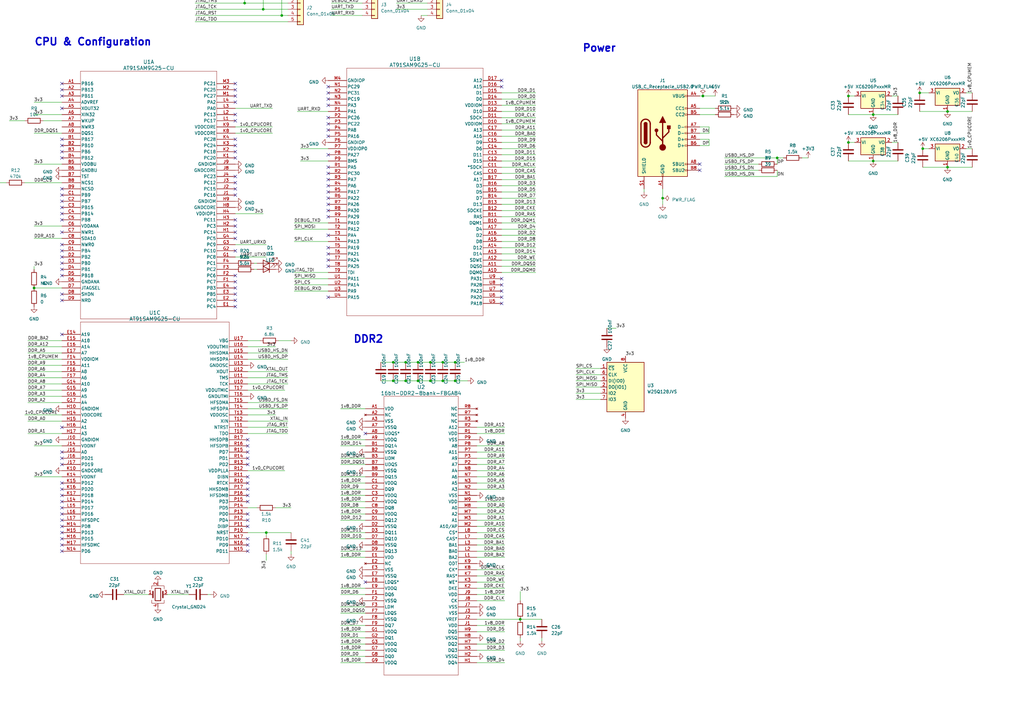
<source format=kicad_sch>
(kicad_sch (version 20230121) (generator eeschema)
  (paper "A3")
  (junction (at 176.53 148.59))
  (junction (at -45.72 113.03))
  (junction (at 288.29 39.37))
  (junction (at -40.64 113.03))
  (junction (at 107.95 -11.43))
  (junction (at -30.48 120.65))
  (junction (at -35.56 154.94))
  (junction (at -40.64 154.94))
  (junction (at 115.57 6.35))
  (junction (at -60.96 120.65))
  (junction (at 100.33 -11.43))
  (junction (at -55.88 113.03))
  (junction (at -50.8 162.56))
  (junction (at 388.62 45.72))
  (junction (at 107.95 3.81))
  (junction (at -55.88 154.94))
  (junction (at -60.96 135.89))
  (junction (at 318.77 64.77))
  (junction (at 171.45 148.59))
  (junction (at -50.8 120.65))
  (junction (at 271.78 81.28))
  (junction (at -35.56 120.65))
  (junction (at -35.56 113.03))
  (junction (at -30.48 113.03))
  (junction (at -45.72 154.94))
  (junction (at -60.96 143.51))
  (junction (at 92.71 -1.27))
  (junction (at -60.96 113.03))
  (junction (at 347.98 39.37))
  (junction (at -60.96 162.56))
  (junction (at 166.37 148.59))
  (junction (at 388.62 68.58))
  (junction (at 171.45 156.21))
  (junction (at 176.53 156.21))
  (junction (at -40.64 162.56))
  (junction (at -35.56 162.56))
  (junction (at -45.72 120.65))
  (junction (at 161.29 148.59))
  (junction (at -50.8 113.03))
  (junction (at 186.69 148.59))
  (junction (at 100.33 1.27))
  (junction (at 181.61 156.21))
  (junction (at 13.97 118.11))
  (junction (at -60.96 154.94))
  (junction (at -55.88 120.65))
  (junction (at 109.22 218.44))
  (junction (at 378.46 60.96))
  (junction (at -55.88 143.51))
  (junction (at 213.36 254))
  (junction (at -55.88 162.56))
  (junction (at 115.57 -11.43))
  (junction (at 377.19 38.1))
  (junction (at -40.64 120.65))
  (junction (at -50.8 154.94))
  (junction (at 358.14 66.04))
  (junction (at -55.88 135.89))
  (junction (at 358.14 46.99))
  (junction (at 181.61 148.59))
  (junction (at 161.29 156.21))
  (junction (at 347.98 58.42))
  (junction (at 166.37 156.21))
  (junction (at -45.72 162.56))
  (junction (at 186.69 156.21))
  (no_connect (at 134.62 86.36))
  (no_connect (at 134.62 71.12))
  (no_connect (at 287.02 69.85))
  (no_connect (at 25.4 36.83))
  (no_connect (at 101.6 200.66))
  (no_connect (at 25.4 105.41))
  (no_connect (at 96.52 118.11))
  (no_connect (at 134.62 121.92))
  (no_connect (at 134.62 55.88))
  (no_connect (at 101.6 182.88))
  (no_connect (at 96.52 64.77))
  (no_connect (at 25.4 34.29))
  (no_connect (at 96.52 36.83))
  (no_connect (at 134.62 63.5))
  (no_connect (at 101.6 195.58))
  (no_connect (at 134.62 50.8))
  (no_connect (at 96.52 115.57))
  (no_connect (at 25.4 226.06))
  (no_connect (at 205.74 35.56))
  (no_connect (at 25.4 120.65))
  (no_connect (at 25.4 208.28))
  (no_connect (at 25.4 59.69))
  (no_connect (at 25.4 110.49))
  (no_connect (at 101.6 215.9))
  (no_connect (at 101.6 205.74))
  (no_connect (at 101.6 223.52))
  (no_connect (at 134.62 109.22))
  (no_connect (at 205.74 119.38))
  (no_connect (at 101.6 198.12))
  (no_connect (at 101.6 180.34))
  (no_connect (at 96.52 113.03))
  (no_connect (at 205.74 121.92))
  (no_connect (at 134.62 81.28))
  (no_connect (at 134.62 73.66))
  (no_connect (at 25.4 100.33))
  (no_connect (at 25.4 187.96))
  (no_connect (at 25.4 213.36))
  (no_connect (at 25.4 77.47))
  (no_connect (at 25.4 205.74))
  (no_connect (at 96.52 74.93))
  (no_connect (at 96.52 46.99))
  (no_connect (at 25.4 123.19))
  (no_connect (at 96.52 102.87))
  (no_connect (at 101.6 226.06))
  (no_connect (at 205.74 114.3))
  (no_connect (at 149.86 238.76))
  (no_connect (at 25.4 113.03))
  (no_connect (at 134.62 88.9))
  (no_connect (at 101.6 190.5))
  (no_connect (at 96.52 72.39))
  (no_connect (at 25.4 107.95))
  (no_connect (at 101.6 187.96))
  (no_connect (at 134.62 35.56))
  (no_connect (at 205.74 33.02))
  (no_connect (at 96.52 90.17))
  (no_connect (at 25.4 90.17))
  (no_connect (at 96.52 80.01))
  (no_connect (at 205.74 124.46))
  (no_connect (at 101.6 185.42))
  (no_connect (at 25.4 80.01))
  (no_connect (at 134.62 76.2))
  (no_connect (at 96.52 34.29))
  (no_connect (at 25.4 190.5))
  (no_connect (at 96.52 77.47))
  (no_connect (at 96.52 97.79))
  (no_connect (at 25.4 87.63))
  (no_connect (at 101.6 213.36))
  (no_connect (at 134.62 83.82))
  (no_connect (at 96.52 120.65))
  (no_connect (at 25.4 185.42))
  (no_connect (at 287.02 67.31))
  (no_connect (at 101.6 220.98))
  (no_connect (at 149.86 177.8))
  (no_connect (at 96.52 125.73))
  (no_connect (at 205.74 116.84))
  (no_connect (at 25.4 95.25))
  (no_connect (at 101.6 203.2))
  (no_connect (at 96.52 95.25))
  (no_connect (at 25.4 220.98))
  (no_connect (at 96.52 123.19))
  (no_connect (at 25.4 39.37))
  (no_connect (at 134.62 106.68))
  (no_connect (at 25.4 200.66))
  (no_connect (at 96.52 62.23))
  (no_connect (at 25.4 175.26))
  (no_connect (at 134.62 104.14))
  (no_connect (at 134.62 43.18))
  (no_connect (at 25.4 210.82))
  (no_connect (at 96.52 59.69))
  (no_connect (at 134.62 101.6))
  (no_connect (at 25.4 203.2))
  (no_connect (at 25.4 64.77))
  (no_connect (at 96.52 92.71))
  (no_connect (at 96.52 49.53))
  (no_connect (at 96.52 41.91))
  (no_connect (at 25.4 102.87))
  (no_connect (at 25.4 62.23))
  (no_connect (at 134.62 53.34))
  (no_connect (at 134.62 40.64))
  (no_connect (at 25.4 85.09))
  (no_connect (at 96.52 39.37))
  (no_connect (at 25.4 223.52))
  (no_connect (at 134.62 48.26))
  (no_connect (at 134.62 38.1))
  (no_connect (at 25.4 198.12))
  (no_connect (at 25.4 137.16))
  (no_connect (at 25.4 44.45))
  (no_connect (at 134.62 96.52))
  (no_connect (at 25.4 82.55))
  (no_connect (at 96.52 57.15))
  (no_connect (at 134.62 68.58))
  (no_connect (at 25.4 218.44))
  (no_connect (at 25.4 57.15))
  (no_connect (at 134.62 78.74))
  (no_connect (at 25.4 215.9))
  (no_connect (at 101.6 210.82))
  (wire (pts (xy 106.68 139.7) (xy 101.6 139.7)))
  (wire (pts (xy 264.16 78.74) (xy 264.16 77.47)))
  (wire (pts (xy 195.58 264.16) (xy 207.01 264.16)))
  (wire (pts (xy -30.48 113.03) (xy -22.86 113.03)))
  (wire (pts (xy 11.43 149.86) (xy 25.4 149.86)))
  (wire (pts (xy -50.8 120.65) (xy -45.72 120.65)))
  (wire (pts (xy 101.6 208.28) (xy 105.41 208.28)))
  (wire (pts (xy 347.98 39.37) (xy 350.52 39.37)))
  (wire (pts (xy -50.8 113.03) (xy -45.72 113.03)))
  (wire (pts (xy 236.22 156.21) (xy 246.38 156.21)))
  (wire (pts (xy 120.65 99.06) (xy 134.62 99.06)))
  (wire (pts (xy 11.43 144.78) (xy 25.4 144.78)))
  (wire (pts (xy 80.01 8.89) (xy 118.11 8.89)))
  (wire (pts (xy 195.58 200.66) (xy 207.01 200.66)))
  (wire (pts (xy -30.48 120.65) (xy -22.86 120.65)))
  (wire (pts (xy 195.58 259.08) (xy 207.01 259.08)))
  (wire (pts (xy 13.97 118.11) (xy 25.4 118.11)))
  (wire (pts (xy 195.58 185.42) (xy 207.01 185.42)))
  (wire (pts (xy 11.43 152.4) (xy 25.4 152.4)))
  (wire (pts (xy 195.58 213.36) (xy 207.01 213.36)))
  (wire (pts (xy 195.58 243.84) (xy 207.01 243.84)))
  (wire (pts (xy 92.71 -3.81) (xy 92.71 -1.27)))
  (wire (pts (xy 378.46 60.96) (xy 381 60.96)))
  (wire (pts (xy 318.77 72.39) (xy 318.77 69.85)))
  (wire (pts (xy 139.7 220.98) (xy 149.86 220.98)))
  (wire (pts (xy -45.72 154.94) (xy -40.64 154.94)))
  (wire (pts (xy 236.22 161.29) (xy 246.38 161.29)))
  (wire (pts (xy 195.58 220.98) (xy 207.01 220.98)))
  (wire (pts (xy 139.7 167.64) (xy 149.86 167.64)))
  (wire (pts (xy 139.7 228.6) (xy 149.86 228.6)))
  (wire (pts (xy 205.74 81.28) (xy 219.71 81.28)))
  (wire (pts (xy 205.74 63.5) (xy 219.71 63.5)))
  (wire (pts (xy 139.7 261.62) (xy 149.86 261.62)))
  (wire (pts (xy 11.43 157.48) (xy 25.4 157.48)))
  (wire (pts (xy -66.04 154.94) (xy -60.96 154.94)))
  (wire (pts (xy 118.11 147.32) (xy 101.6 147.32)))
  (wire (pts (xy 10.16 170.18) (xy 25.4 170.18)))
  (wire (pts (xy -55.88 143.51) (xy -45.72 143.51)))
  (wire (pts (xy 116.84 160.02) (xy 101.6 160.02)))
  (wire (pts (xy 205.74 76.2) (xy 219.71 76.2)))
  (wire (pts (xy -40.64 120.65) (xy -35.56 120.65)))
  (wire (pts (xy 171.45 148.59) (xy 176.53 148.59)))
  (wire (pts (xy 139.7 266.7) (xy 149.86 266.7)))
  (wire (pts (xy 252.73 134.62) (xy 248.92 134.62)))
  (wire (pts (xy 347.98 66.04) (xy 358.14 66.04)))
  (wire (pts (xy -66.04 162.56) (xy -60.96 162.56)))
  (wire (pts (xy 205.74 99.06) (xy 219.71 99.06)))
  (wire (pts (xy 205.74 71.12) (xy 219.71 71.12)))
  (wire (pts (xy 139.7 205.74) (xy 149.86 205.74)))
  (wire (pts (xy 11.43 154.94) (xy 25.4 154.94)))
  (wire (pts (xy 104.14 110.49) (xy 105.41 110.49)))
  (wire (pts (xy 115.57 -3.81) (xy 115.57 6.35)))
  (wire (pts (xy 377.19 45.72) (xy 388.62 45.72)))
  (wire (pts (xy 13.97 41.91) (xy 25.4 41.91)))
  (wire (pts (xy 195.58 195.58) (xy 207.01 195.58)))
  (wire (pts (xy -45.72 120.65) (xy -40.64 120.65)))
  (wire (pts (xy 195.58 256.54) (xy 207.01 256.54)))
  (wire (pts (xy 162.56 3.81) (xy 175.26 3.81)))
  (wire (pts (xy -60.96 154.94) (xy -55.88 154.94)))
  (wire (pts (xy 118.11 144.78) (xy 101.6 144.78)))
  (wire (pts (xy 80.01 3.81) (xy 107.95 3.81)))
  (wire (pts (xy 195.58 241.3) (xy 207.01 241.3)))
  (wire (pts (xy 120.65 119.38) (xy 134.62 119.38)))
  (wire (pts (xy 111.76 54.61) (xy 96.52 54.61)))
  (wire (pts (xy 347.98 58.42) (xy 350.52 58.42)))
  (wire (pts (xy 195.58 190.5) (xy 207.01 190.5)))
  (wire (pts (xy 161.29 156.21) (xy 166.37 156.21)))
  (wire (pts (xy 120.65 111.76) (xy 134.62 111.76)))
  (wire (pts (xy 176.53 156.21) (xy 181.61 156.21)))
  (wire (pts (xy 11.43 172.72) (xy 25.4 172.72)))
  (wire (pts (xy -50.8 154.94) (xy -45.72 154.94)))
  (wire (pts (xy 219.71 40.64) (xy 205.74 40.64)))
  (wire (pts (xy 388.62 68.58) (xy 398.78 68.58)))
  (wire (pts (xy 139.7 241.3) (xy 149.86 241.3)))
  (wire (pts (xy 205.74 91.44) (xy 219.71 91.44)))
  (wire (pts (xy 287.02 54.61) (xy 290.83 54.61)))
  (wire (pts (xy 396.24 38.1) (xy 398.78 38.1)))
  (wire (pts (xy 13.97 97.79) (xy 25.4 97.79)))
  (wire (pts (xy 205.74 48.26) (xy 219.71 48.26)))
  (wire (pts (xy 86.36 243.84) (xy 85.09 243.84)))
  (wire (pts (xy 139.7 269.24) (xy 149.86 269.24)))
  (wire (pts (xy 118.11 165.1) (xy 101.6 165.1)))
  (wire (pts (xy 77.47 243.84) (xy 68.58 243.84)))
  (wire (pts (xy 118.11 172.72) (xy 101.6 172.72)))
  (wire (pts (xy 290.83 59.69) (xy 290.83 57.15)))
  (wire (pts (xy 10.16 74.93) (xy 25.4 74.93)))
  (wire (pts (xy 297.18 69.85) (xy 311.15 69.85)))
  (wire (pts (xy 195.58 193.04) (xy 207.01 193.04)))
  (wire (pts (xy 205.74 78.74) (xy 219.71 78.74)))
  (wire (pts (xy -45.72 113.03) (xy -40.64 113.03)))
  (wire (pts (xy 139.7 248.92) (xy 149.86 248.92)))
  (wire (pts (xy 13.97 182.88) (xy 25.4 182.88)))
  (wire (pts (xy 181.61 148.59) (xy 186.69 148.59)))
  (wire (pts (xy 205.74 50.8) (xy 219.71 50.8)))
  (wire (pts (xy 139.7 251.46) (xy 149.86 251.46)))
  (wire (pts (xy 195.58 226.06) (xy 207.01 226.06)))
  (wire (pts (xy 293.37 39.37) (xy 288.29 39.37)))
  (wire (pts (xy -55.88 162.56) (xy -50.8 162.56)))
  (wire (pts (xy 195.58 182.88) (xy 207.01 182.88)))
  (wire (pts (xy 318.77 64.77) (xy 318.77 67.31)))
  (wire (pts (xy 113.03 208.28) (xy 119.38 208.28)))
  (wire (pts (xy 195.58 175.26) (xy 207.01 175.26)))
  (wire (pts (xy 13.97 54.61) (xy 25.4 54.61)))
  (wire (pts (xy -35.56 154.94) (xy -27.94 154.94)))
  (wire (pts (xy 166.37 156.21) (xy 171.45 156.21)))
  (wire (pts (xy 195.58 228.6) (xy 207.01 228.6)))
  (wire (pts (xy 120.65 116.84) (xy 134.62 116.84)))
  (wire (pts (xy 195.58 238.76) (xy 207.01 238.76)))
  (wire (pts (xy -35.56 162.56) (xy -27.94 162.56)))
  (wire (pts (xy 13.97 92.71) (xy 25.4 92.71)))
  (wire (pts (xy 205.74 109.22) (xy 219.71 109.22)))
  (wire (pts (xy 135.89 1.27) (xy 148.59 1.27)))
  (wire (pts (xy 119.38 227.33) (xy 119.38 226.06)))
  (wire (pts (xy 195.58 210.82) (xy 207.01 210.82)))
  (wire (pts (xy 96.52 105.41) (xy 109.22 105.41)))
  (wire (pts (xy 80.01 1.27) (xy 100.33 1.27)))
  (wire (pts (xy 195.58 233.68) (xy 207.01 233.68)))
  (wire (pts (xy 297.18 72.39) (xy 318.77 72.39)))
  (wire (pts (xy 111.76 52.07) (xy 96.52 52.07)))
  (wire (pts (xy 205.74 43.18) (xy 219.71 43.18)))
  (wire (pts (xy 205.74 83.82) (xy 219.71 83.82)))
  (wire (pts (xy 107.95 -3.81) (xy 107.95 3.81)))
  (wire (pts (xy 293.37 46.99) (xy 287.02 46.99)))
  (wire (pts (xy 135.89 6.35) (xy 148.59 6.35)))
  (wire (pts (xy 139.7 190.5) (xy 149.86 190.5)))
  (wire (pts (xy 11.43 142.24) (xy 25.4 142.24)))
  (wire (pts (xy 92.71 -1.27) (xy 118.11 -1.27)))
  (wire (pts (xy 139.7 226.06) (xy 149.86 226.06)))
  (wire (pts (xy -55.88 135.89) (xy -45.72 135.89)))
  (wire (pts (xy 171.45 156.21) (xy 176.53 156.21)))
  (wire (pts (xy 195.58 236.22) (xy 207.01 236.22)))
  (wire (pts (xy 119.38 139.7) (xy 114.3 139.7)))
  (wire (pts (xy 120.65 93.98) (xy 134.62 93.98)))
  (wire (pts (xy 222.25 262.89) (xy 222.25 261.62)))
  (wire (pts (xy 213.36 254) (xy 222.25 254)))
  (wire (pts (xy 195.58 271.78) (xy 207.01 271.78)))
  (wire (pts (xy 118.11 167.64) (xy 101.6 167.64)))
  (wire (pts (xy 297.18 67.31) (xy 311.15 67.31)))
  (wire (pts (xy -3.81 74.93) (xy 2.54 74.93)))
  (wire (pts (xy 205.74 60.96) (xy 219.71 60.96)))
  (wire (pts (xy 139.7 198.12) (xy 149.86 198.12)))
  (wire (pts (xy -60.96 162.56) (xy -55.88 162.56)))
  (wire (pts (xy -50.8 162.56) (xy -45.72 162.56)))
  (wire (pts (xy 118.11 152.4) (xy 101.6 152.4)))
  (wire (pts (xy 13.97 46.99) (xy 25.4 46.99)))
  (wire (pts (xy 139.7 259.08) (xy 149.86 259.08)))
  (wire (pts (xy -55.88 120.65) (xy -50.8 120.65)))
  (wire (pts (xy -60.96 120.65) (xy -55.88 120.65)))
  (wire (pts (xy 388.62 45.72) (xy 398.78 45.72)))
  (wire (pts (xy 11.43 162.56) (xy 25.4 162.56)))
  (wire (pts (xy 205.74 73.66) (xy 219.71 73.66)))
  (wire (pts (xy -60.96 113.03) (xy -55.88 113.03)))
  (wire (pts (xy 139.7 243.84) (xy 149.86 243.84)))
  (wire (pts (xy -45.72 162.56) (xy -40.64 162.56)))
  (wire (pts (xy 11.43 160.02) (xy 25.4 160.02)))
  (wire (pts (xy 13.97 67.31) (xy 25.4 67.31)))
  (wire (pts (xy 365.76 39.37) (xy 368.3 39.37)))
  (wire (pts (xy 288.29 39.37) (xy 287.02 39.37)))
  (wire (pts (xy 321.31 64.77) (xy 318.77 64.77)))
  (wire (pts (xy 186.69 156.21) (xy 191.77 156.21)))
  (wire (pts (xy 100.33 -11.43) (xy 107.95 -11.43)))
  (wire (pts (xy 236.22 153.67) (xy 246.38 153.67)))
  (wire (pts (xy 205.74 106.68) (xy 219.71 106.68)))
  (wire (pts (xy 205.74 68.58) (xy 219.71 68.58)))
  (wire (pts (xy 378.46 68.58) (xy 388.62 68.58)))
  (wire (pts (xy 109.22 218.44) (xy 119.38 218.44)))
  (wire (pts (xy 25.4 147.32) (xy 11.43 147.32)))
  (wire (pts (xy 101.6 177.8) (xy 118.11 177.8)))
  (wire (pts (xy 139.7 200.66) (xy 149.86 200.66)))
  (wire (pts (xy 139.7 210.82) (xy 149.86 210.82)))
  (wire (pts (xy 236.22 158.75) (xy 246.38 158.75)))
  (wire (pts (xy 195.58 177.8) (xy 207.01 177.8)))
  (wire (pts (xy 271.78 81.28) (xy 271.78 77.47)))
  (wire (pts (xy 50.8 243.84) (xy 60.96 243.84)))
  (wire (pts (xy 120.65 114.3) (xy 134.62 114.3)))
  (wire (pts (xy 139.7 271.78) (xy 149.86 271.78)))
  (wire (pts (xy 139.7 203.2) (xy 149.86 203.2)))
  (wire (pts (xy 236.22 151.13) (xy 246.38 151.13)))
  (wire (pts (xy 195.58 187.96) (xy 207.01 187.96)))
  (wire (pts (xy 13.97 109.22) (xy 13.97 110.49)))
  (wire (pts (xy 109.22 227.33) (xy 109.22 229.87)))
  (wire (pts (xy 104.14 107.95) (xy 105.41 107.95)))
  (wire (pts (xy 3.81 49.53) (xy 10.16 49.53)))
  (wire (pts (xy 161.29 148.59) (xy 166.37 148.59)))
  (wire (pts (xy 205.74 58.42) (xy 219.71 58.42)))
  (wire (pts (xy 195.58 254) (xy 213.36 254)))
  (wire (pts (xy 162.56 1.27) (xy 175.26 1.27)))
  (wire (pts (xy 205.74 88.9) (xy 219.71 88.9)))
  (wire (pts (xy 365.76 58.42) (xy 368.3 58.42)))
  (wire (pts (xy 107.95 87.63) (xy 96.52 87.63)))
  (wire (pts (xy 80.01 6.35) (xy 115.57 6.35)))
  (wire (pts (xy 205.74 96.52) (xy 219.71 96.52)))
  (wire (pts (xy 11.43 139.7) (xy 25.4 139.7)))
  (wire (pts (xy 135.89 -1.27) (xy 148.59 -1.27)))
  (wire (pts (xy 121.92 45.72) (xy 134.62 45.72)))
  (wire (pts (xy 205.74 45.72) (xy 219.71 45.72)))
  (wire (pts (xy 139.7 256.54) (xy 149.86 256.54)))
  (wire (pts (xy 162.56 -1.27) (xy 175.26 -1.27)))
  (wire (pts (xy 11.43 177.8) (xy 25.4 177.8)))
  (wire (pts (xy 139.7 187.96) (xy 149.86 187.96)))
  (wire (pts (xy 156.21 148.59) (xy 161.29 148.59)))
  (wire (pts (xy 100.33 -3.81) (xy 100.33 1.27)))
  (wire (pts (xy 195.58 266.7) (xy 207.01 266.7)))
  (wire (pts (xy 358.14 46.99) (xy 368.3 46.99)))
  (wire (pts (xy 347.98 46.99) (xy 358.14 46.99)))
  (wire (pts (xy 290.83 57.15) (xy 287.02 57.15)))
  (wire (pts (xy -35.56 120.65) (xy -30.48 120.65)))
  (wire (pts (xy -40.64 162.56) (xy -35.56 162.56)))
  (wire (pts (xy 236.22 163.83) (xy 246.38 163.83)))
  (wire (pts (xy 176.53 148.59) (xy 181.61 148.59)))
  (wire (pts (xy 205.74 55.88) (xy 219.71 55.88)))
  (wire (pts (xy 118.11 157.48) (xy 101.6 157.48)))
  (wire (pts (xy 205.74 53.34) (xy 219.71 53.34)))
  (wire (pts (xy 195.58 218.44) (xy 207.01 218.44)))
  (wire (pts (xy 195.58 198.12) (xy 207.01 198.12)))
  (wire (pts (xy 139.7 180.34) (xy 149.86 180.34)))
  (wire (pts (xy -66.04 113.03) (xy -60.96 113.03)))
  (wire (pts (xy 186.69 148.59) (xy 190.5 148.59)))
  (wire (pts (xy 139.7 208.28) (xy 149.86 208.28)))
  (wire (pts (xy 139.7 195.58) (xy 149.86 195.58)))
  (wire (pts (xy 139.7 218.44) (xy 149.86 218.44)))
  (wire (pts (xy -40.64 154.94) (xy -35.56 154.94)))
  (wire (pts (xy 195.58 208.28) (xy 207.01 208.28)))
  (wire (pts (xy 290.83 52.07) (xy 290.83 54.61)))
  (wire (pts (xy -35.56 113.03) (xy -30.48 113.03)))
  (wire (pts (xy 135.89 3.81) (xy 148.59 3.81)))
  (wire (pts (xy 377.19 38.1) (xy 381 38.1)))
  (wire (pts (xy 271.78 83.82) (xy 271.78 81.28)))
  (wire (pts (xy 166.37 148.59) (xy 171.45 148.59)))
  (wire (pts (xy 205.74 66.04) (xy 219.71 66.04)))
  (wire (pts (xy 120.65 91.44) (xy 134.62 91.44)))
  (wire (pts (xy 297.18 64.77) (xy 318.77 64.77)))
  (wire (pts (xy 100.33 1.27) (xy 118.11 1.27)))
  (wire (pts (xy 156.21 156.21) (xy 161.29 156.21)))
  (wire (pts (xy 11.43 165.1) (xy 25.4 165.1)))
  (wire (pts (xy 123.19 60.96) (xy 134.62 60.96)))
  (wire (pts (xy -60.96 135.89) (xy -55.88 135.89)))
  (wire (pts (xy 195.58 223.52) (xy 207.01 223.52)))
  (wire (pts (xy -55.88 154.94) (xy -50.8 154.94)))
  (wire (pts (xy 96.52 44.45) (xy 111.76 44.45)))
  (wire (pts (xy 213.36 242.57) (xy 213.36 246.38)))
  (wire (pts (xy 17.78 49.53) (xy 25.4 49.53)))
  (wire (pts (xy 195.58 205.74) (xy 207.01 205.74)))
  (wire (pts (xy 293.37 44.45) (xy 287.02 44.45)))
  (wire (pts (xy 115.57 -11.43) (xy 121.92 -11.43)))
  (wire (pts (xy 205.74 86.36) (xy 219.71 86.36)))
  (wire (pts (xy 205.74 101.6) (xy 219.71 101.6)))
  (wire (pts (xy 80.01 -1.27) (xy 92.71 -1.27)))
  (wire (pts (xy 113.03 142.24) (xy 101.6 142.24)))
  (wire (pts (xy 181.61 156.21) (xy 186.69 156.21)))
  (wire (pts (xy 205.74 93.98) (xy 219.71 93.98)))
  (wire (pts (xy -66.04 120.65) (xy -60.96 120.65)))
  (wire (pts (xy 107.95 3.81) (xy 118.11 3.81)))
  (wire (pts (xy 101.6 175.26) (xy 118.11 175.26)))
  (wire (pts (xy 205.74 38.1) (xy 219.71 38.1)))
  (wire (pts (xy 116.84 193.04) (xy 101.6 193.04)))
  (wire (pts (xy -66.04 143.51) (xy -60.96 143.51)))
  (wire (pts (xy 331.47 64.77) (xy 328.93 64.77)))
  (wire (pts (xy 396.24 60.96) (xy 398.78 60.96)))
  (wire (pts (xy 139.7 213.36) (xy 149.86 213.36)))
  (wire (pts (xy 115.57 6.35) (xy 118.11 6.35)))
  (wire (pts (xy 109.22 219.71) (xy 109.22 218.44)))
  (wire (pts (xy 205.74 104.14) (xy 219.71 104.14)))
  (wire (pts (xy -40.64 113.03) (xy -35.56 113.03)))
  (wire (pts (xy -66.04 135.89) (xy -60.96 135.89)))
  (wire (pts (xy 92.71 -11.43) (xy 100.33 -11.43)))
  (wire (pts (xy 358.14 66.04) (xy 368.3 66.04)))
  (wire (pts (xy 139.7 182.88) (xy 149.86 182.88)))
  (wire (pts (xy 287.02 52.07) (xy 290.83 52.07)))
  (wire (pts (xy 107.95 -11.43) (xy 115.57 -11.43)))
  (wire (pts (xy -55.88 113.03) (xy -50.8 113.03)))
  (wire (pts (xy 205.74 111.76) (xy 219.71 111.76)))
  (wire (pts (xy 287.02 59.69) (xy 290.83 59.69)))
  (wire (pts (xy 195.58 246.38) (xy 207.01 246.38)))
  (wire (pts (xy 118.11 154.94) (xy 101.6 154.94)))
  (wire (pts (xy 113.03 170.18) (xy 101.6 170.18)))
  (wire (pts (xy 13.97 195.58) (xy 25.4 195.58)))
  (wire (pts (xy 172.72 6.35) (xy 175.26 6.35)))
  (wire (pts (xy 101.6 218.44) (xy 109.22 218.44)))
  (wire (pts (xy -60.96 143.51) (xy -55.88 143.51)))
  (wire (pts (xy 139.7 264.16) (xy 149.86 264.16)))
  (wire (pts (xy 96.52 100.33) (xy 109.22 100.33)))
  (wire (pts (xy 123.19 66.04) (xy 134.62 66.04)))
  (wire (pts (xy 195.58 215.9) (xy 207.01 215.9)))
  (wire (pts (xy 213.36 261.62) (xy 213.36 262.89)))
  (text "CPU & Configuration\n" (at 13.97 19.05 0) (effects (font (size 3 3) (thickness 0.6) bold) (justify left bottom)))
  (text "Power" (at 238.76 21.59 0) (effects (font (size 3 3) (thickness 0.6) bold) (justify left bottom)))
  (text "DDR2" (at 144.78 140.97 0) (effects (font (size 3 3) (thickness 0.6) bold) (justify left bottom)))
  (label "DDR_A5" (at 207.01 198.12 180))
  (label "DDR_D1" (at 139.7 261.62 0))
  (label "DDR_A5" (at 11.43 144.78 0))
  (label "1v8_DDR" (at 207.01 205.74 180))
  (label "DDR_RAS" (at 207.01 236.22 180))
  (label "DDR_D7" (at 139.7 256.54 0))
  (label "3v3" (at 256.54 146.05 0))
  (label "DEBUG_RXD" (at 135.89 1.27 0))
  (label "DDR_A3" (at 11.43 162.56 0))
  (label "3v3" (at 236.22 161.29 0))
  (label "DDR_A11" (at 207.01 185.42 180))
  (label "UART_TXD" (at 135.89 3.81 0))
  (label "DDR_D8" (at 219.71 99.06 180))
  (label "JTAG_TDI" (at 120.65 111.76 0))
  (label "UART_URXD" (at 162.56 1.27 0))
  (label "DDR_D11" (at 219.71 63.5 180))
  (label "SPI_CS" (at 236.22 151.13 0))
  (label "DDR_D14" (at 219.71 104.14 180))
  (label "UART_RXD" (at 121.92 45.72 0))
  (label "1v0_CPUCORE" (at 111.76 52.07 180))
  (label "JTAG_TMS" (at 118.11 154.94 180))
  (label "DDR_CKE" (at 207.01 241.3 180))
  (label "1v8_CPUMEM" (at 11.43 147.32 0))
  (label "DDR_CLK" (at 207.01 246.38 180))
  (label "UART_TXD" (at 111.76 44.45 180))
  (label "JTAG_RST" (at 118.11 175.26 180))
  (label "DDR_NCLK" (at 219.71 68.58 180))
  (label "DDR_D5" (at 219.71 78.74 180))
  (label "3v3" (at 368.3 39.37 90))
  (label "DDR_A1" (at 11.43 177.8 0))
  (label "1v0_CPUCORE" (at 111.76 54.61 180))
  (label "SPI_CLK" (at 236.22 153.67 0))
  (label "1v8_DDR" (at 368.3 58.42 90))
  (label "JTAG_TCK" (at 118.11 157.48 180))
  (label "3v3" (at 121.92 -11.43 0))
  (label "1v0_CPUCORE" (at 116.84 193.04 180))
  (label "1v8_DDR" (at 139.7 167.64 0))
  (label "DDR_CAS" (at 219.71 71.12 180))
  (label "USBD_HS_DN" (at 118.11 144.78 180))
  (label "USBD_FS_DP" (at 118.11 167.64 180))
  (label "UART_UTXD" (at 109.22 105.41 180))
  (label "SPI_MISO" (at 236.22 158.75 0))
  (label "3v3" (at 162.56 3.81 0))
  (label "1v8_DDR" (at 139.7 205.74 0))
  (label "DDR_D4" (at 219.71 93.98 180))
  (label "DDR_BA0" (at 207.01 226.06 180))
  (label "1v8_CPUMEM" (at 219.71 43.18 180))
  (label "SPI_MISO" (at 120.65 114.3 0))
  (label "1v8_DDR" (at 139.7 198.12 0))
  (label "DDR_D6" (at 219.71 60.96 180))
  (label "DDR_WE" (at 207.01 238.76 180))
  (label "1v8_DDR" (at 139.7 180.34 0))
  (label "DDR_DQM0" (at 219.71 111.76 180))
  (label "SPI_MOSI" (at 236.22 156.21 0))
  (label "1v8_DDR" (at 207.01 243.84 180))
  (label "1v8_DDR" (at 139.7 271.78 0))
  (label "DDR_D3" (at 219.71 76.2 180))
  (label "1v8_DDR" (at 139.7 228.6 0))
  (label "1v0_CPUCORE" (at -27.94 154.94 0))
  (label "DDR_A11" (at 219.71 53.34 180))
  (label "3v3" (at 13.97 46.99 0))
  (label "DEBUG_TXD" (at 135.89 -1.27 0))
  (label "DDR_NCLK" (at 207.01 233.68 180))
  (label "3v3" (at 213.36 242.57 0))
  (label "1v0_CPUCORE" (at 116.84 160.02 180))
  (label "DDR_BA0" (at 219.71 55.88 180))
  (label "DDR_DQS1" (at 139.7 190.5 0))
  (label "USBD_FS_DP" (at 297.18 67.31 0))
  (label "DDR_CAS" (at 207.01 220.98 180))
  (label "DDR_A3" (at 207.01 200.66 180))
  (label "3v3" (at 13.97 41.91 0))
  (label "3v3" (at 123.19 60.96 0))
  (label "DP" (at 290.83 59.69 180))
  (label "DDR_D5" (at 207.01 259.08 180))
  (label "SPI_CLK" (at 120.65 99.06 0))
  (label "DDR_DQS0" (at 139.7 251.46 0))
  (label "DDR_CLK" (at 219.71 48.26 180))
  (label "DDR_A1" (at 207.01 213.36 180))
  (label "1v0_CPUCORE" (at 10.16 170.18 0))
  (label "DDR_RAS" (at 219.71 88.9 180))
  (label "DDR_A0" (at 11.43 172.72 0))
  (label "DDR_D15" (at 139.7 195.58 0))
  (label "DDR_CS" (at 207.01 218.44 180))
  (label "XTAL_IN" (at 77.47 243.84 180))
  (label "3v3" (at 113.03 142.24 180))
  (label "3v3" (at 13.97 67.31 0))
  (label "DDR_D10" (at 219.71 45.72 180))
  (label "JTAG_TDO" (at 118.11 177.8 180))
  (label "3v3" (at 107.95 87.63 180))
  (label "DEBUG_TXD" (at 120.65 91.44 0))
  (label "1v8_CPUMEM" (at 398.78 38.1 90))
  (label "DDR_A6" (at 207.01 195.58 180))
  (label "DDR_D11" (at 139.7 218.44 0))
  (label "DDR_A8" (at 11.43 157.48 0))
  (label "1v8_DDR" (at 207.01 256.54 180))
  (label "1v8_DDR" (at 139.7 259.08 0))
  (label "JTAG_RST" (at 80.01 6.35 0))
  (label "USBD_FS_DN" (at 118.11 165.1 180))
  (label "1v8_DDR" (at 139.7 210.82 0))
  (label "1v8_CPUMEM" (at 219.71 50.8 180))
  (label "DDR_D13" (at 139.7 226.06 0))
  (label "JTAG_TDI" (at 80.01 -1.27 0))
  (label "USBD_HS_DN" (at 297.18 72.39 0))
  (label "DDR_A12" (at 207.01 175.26 180))
  (label "DDR_DQM0" (at 139.7 248.92 0))
  (label "DDR_D12" (at 219.71 101.6 180))
  (label "1v8_DDR" (at 207.01 177.8 180))
  (label "3v3" (at 13.97 109.22 0))
  (label "DDR_CKE" (at 219.71 86.36 180))
  (label "DDR_A10" (at 13.97 97.79 0))
  (label "DDR_D8" (at 139.7 208.28 0))
  (label "DDR_A4" (at 11.43 154.94 0))
  (label "1v8_DDR" (at 139.7 264.16 0))
  (label "DP" (at 318.77 67.31 0))
  (label "DDR_BA2" (at 11.43 139.7 0))
  (label "DDR_D7" (at 219.71 81.28 180))
  (label "DDR_BA1" (at 219.71 73.66 180))
  (label "3v3" (at 13.97 92.71 0))
  (label "XTAL_OUT" (at 50.8 243.84 0))
  (label "XTAL_IN" (at 118.11 172.72 180))
  (label "DDR_A0" (at 207.01 208.28 180))
  (label "3v3" (at -22.86 113.03 0))
  (label "DDR_D9" (at 219.71 58.42 180))
  (label "UART_UTXD" (at 162.56 -1.27 0))
  (label "DDR_D12" (at 139.7 213.36 0))
  (label "DEBUG_RXD" (at 120.65 119.38 0))
  (label "DDR_D0" (at 139.7 269.24 0))
  (label "JTAG_TMS" (at 80.01 1.27 0))
  (label "1v0_CPUCORE" (at 398.78 60.96 90))
  (label "USBD_HS_DP" (at 118.11 147.32 180))
  (label "3v3" (at 123.19 66.04 0))
  (label "3v3" (at 236.22 163.83 0))
  (label "3v3" (at 3.81 49.53 0))
  (label "DDR_A7" (at 207.01 190.5 180))
  (label "DDR_D9" (at 139.7 200.66 0))
  (label "DDR_A7" (at 11.43 160.02 0))
  (label "UART_RXD" (at 135.89 6.35 0))
  (label "DDR_DQS0" (at 219.71 109.22 180))
  (label "DDR_D13" (at 219.71 83.82 180))
  (label "DDR_D4" (at 207.01 271.78 180))
  (label "USBD_FS_DN" (at 297.18 69.85 0))
  (label "1v8_DDR" (at 139.7 203.2 0))
  (label "DDR_DQM1" (at 219.71 91.44 180))
  (label "DDR_D2" (at 219.71 96.52 180))
  (label "3v3" (at 113.03 170.18 180))
  (label "DDR_A10" (at 207.01 215.9 180))
  (label "DDR_WE" (at 219.71 106.68 180))
  (label "DDR_CS" (at 13.97 74.93 0))
  (label "DDR_A9" (at 207.01 187.96 180))
  (label "DDR_BA2" (at 207.01 228.6 180))
  (label "1v8_DDR" (at 139.7 266.7 0))
  (label "3v3" (at 119.38 208.28 180))
  (label "DN" (at 290.83 54.61 180))
  (label "1v8_CPUMEM" (at -45.72 135.89 0))
  (label "DDR_A9" (at 11.43 149.86 0))
  (label "XTAL_OUT" (at 118.11 152.4 180))
  (label "DDR_D1" (at 219.71 38.1 180))
  (label "DDR_A12" (at 11.43 142.24 0))
  (label "DDR_A8" (at 207.01 182.88 180))
  (label "3v3" (at 13.97 195.58 0))
  (label "DDR_A6" (at 11.43 152.4 0))
  (label "DDR_D10" (at 139.7 220.98 0))
  (label "DDR_D0" (at 219.71 40.64 180))
  (label "DDR_A4" (at 207.01 193.04 180))
  (label "DDR_D14" (at 139.7 182.88 0))
  (label "DDR_D3" (at 207.01 266.7 180))
  (label "DDR_BA1" (at 207.01 223.52 180))
  (label "DDR_D15" (at 219.71 66.04 180))
  (label "JTAG_TDO" (at 80.01 8.89 0))
  (label "1v8_DDR" (at 139.7 241.3 0))
  (label "DDR_D6" (at 139.7 243.84 0))
  (label "DDR_DQS1" (at 13.97 54.61 0))
  (label "SPI_CS" (at 120.65 116.84 0))
  (label "3v3" (at 109.22 229.87 270))
  (label "USBD_HS_DP" (at 297.18 64.77 0))
  (label "DDR_A2" (at 207.01 210.82 180))
  (label "DN" (at 318.77 72.39 0))
  (label "UART_URXD" (at 109.22 100.33 180))
  (label "3v3" (at 252.73 134.62 0))
  (label "3v3" (at -3.81 74.93 0))
  (label "3v3" (at 13.97 182.88 0))
  (label "1v8_DDR" (at 190.5 148.59 0))
  (label "DDR_DQM1" (at 139.7 187.96 0))
  (label "SPI_MOSI" (at 120.65 93.98 0))
  (label "DDR_A2" (at 11.43 165.1 0))
  (label "JTAG_TCK" (at 80.01 3.81 0))
  (label "DDR_D2" (at 207.01 264.16 180))
  (symbol (lib_id "Device:R") (at 213.36 250.19 180) (unit 1)
    (property "Reference" "R15" (at 215.9 249.555 0) (effects (justify right)))
    (property "Value" "1.5k" (at 215.9 252.095 0) (effects (justify right)))
    (property "Footprint" "jlywxy:0603" (effects hide))
  )
  (symbol (lib_id "Device:C") (at 161.29 152.4 180) (unit 1)
    (property "Reference" "C20" (at 162.56 153.67 90) (effects (justify left)))
    (property "Value" "100nF" (at 162.56 144.78 90) (effects (justify left)))
    (property "Footprint" "jlywxy:0402" (effects hide))
  )
  (symbol (lib_id "Device:R") (at 100.33 110.49 270) (unit 1)
    (property "Reference" "R21" (at 100.33 105.41 90))
    (property "Value" "5.6k" (at 100.33 107.95 90))
    (property "Footprint" "jlywxy:0603" (effects hide))
  )
  (symbol (lib_id "Device:C") (at -35.56 116.84 180) (unit 1)
    (property "Reference" "C7" (at -34.29 118.11 90) (effects (justify left)))
    (property "Value" "100nF" (at -34.29 109.22 90) (effects (justify left)))
    (property "Footprint" "jlywxy:0402" (effects hide))
  )
  (symbol (lib_id "Device:C") (at -55.88 158.75 180) (unit 1)
    (property "Reference" "C14" (at -54.61 160.02 90) (effects (justify left)))
    (property "Value" "100nF" (at -54.61 151.13 90) (effects (justify left)))
    (property "Footprint" "jlywxy:0402" (effects hide))
  )
  (symbol (lib_id "Device:LED") (at 109.22 110.49 180) (unit 1)
    (property "Reference" "D2" (at 110.8075 104.14 0))
    (property "Value" "LED" (at 110.8075 106.68 0))
    (property "Footprint" "LED_SMD:LED_0603_1608Metric_Pad1.05x0.95mm_HandSolder" (effects hide))
  )
  (symbol (lib_id "power:GND") (at -27.94 162.56 0) (unit 1)
    (property "Reference" "#PWR066" (effects hide))
    (property "Value" "GND" (at -27.94 167.64 0))
  )
  (symbol (lib_id "power:GND") (at 300.99 46.99 90) (unit 1)
    (property "Reference" "#PWR06" (effects hide))
    (property "Value" "GND" (at 304.8 47.625 90) (effects (justify right)))
  )
  (symbol (lib_id "power:GND") (at 172.72 6.35 0) (unit 1)
    (property "Reference" "#PWR067" (effects hide))
    (property "Value" "GND" (at 172.72 11.43 0))
  )
  (symbol (lib_id "power:GND") (at 300.99 44.45 90) (unit 1)
    (property "Reference" "#PWR05" (effects hide))
    (property "Value" "GND" (at 304.8 45.085 90) (effects (justify right)))
  )
  (symbol (lib_id "power:GND") (at 25.4 72.39 270) (unit 1)
    (property "Reference" "#PWR057" (effects hide))
    (property "Value" "GND" (at 21.59 73.025 90) (effects (justify right)))
  )
  (symbol (lib_id "Device:C") (at -66.04 139.7 180) (unit 1)
    (property "Reference" "C9" (at -64.77 140.97 90) (effects (justify left)))
    (property "Value" "100nF" (at -64.77 132.08 90) (effects (justify left)))
    (property "Footprint" "jlywxy:0402" (effects hide))
  )
  (symbol (lib_id "power:GND") (at 96.52 85.09 90) (unit 1)
    (property "Reference" "#PWR025" (effects hide))
    (property "Value" "GND" (at 100.33 85.725 90) (effects (justify right)))
  )
  (symbol (lib_id "power:GND") (at 25.4 69.85 270) (unit 1)
    (property "Reference" "#PWR028" (effects hide))
    (property "Value" "GND" (at 21.59 70.485 90) (effects (justify right)))
  )
  (symbol (lib_id "Device:R") (at 213.36 257.81 180) (unit 1)
    (property "Reference" "R14" (at 215.9 257.175 0) (effects (justify right)))
    (property "Value" "1.5k" (at 215.9 259.715 0) (effects (justify right)))
    (property "Footprint" "jlywxy:0603" (effects hide))
  )
  (symbol (lib_id "Device:R") (at 100.33 -7.62 180) (unit 1)
    (property "Reference" "R17" (at 105.41 -7.62 90))
    (property "Value" "10k" (at 102.87 -7.62 90))
    (property "Footprint" "jlywxy:0402" (effects hide))
  )
  (symbol (lib_id "jlywxy:AT91SAM9G25-CU") (at 25.4 34.29 0) (unit 1)
    (property "Reference" "U1" (at 60.96 25.4 0) (effects (font (size 1.524 1.524))))
    (property "Value" "AT91SAM9G25-CU" (at 60.96 27.94 0) (effects (font (size 1.524 1.524))))
    (property "Footprint" "jlywxy:AT91SAM9G25_JKT" (effects hide))
    (property "Datasheet" "AT91SAM9G25-CU" (effects hide))
  )
  (symbol (lib_id "Device:R") (at 109.22 208.28 90) (unit 1)
    (property "Reference" "R10" (at 109.22 213.36 90))
    (property "Value" "1.5k" (at 109.22 210.82 90))
    (property "Footprint" "jlywxy:0603" (effects hide))
  )
  (symbol (lib_id "power:GND") (at 64.77 238.76 180) (unit 1)
    (property "Reference" "#PWR02" (effects hide))
    (property "Value" "GND" (at 64.77 234.95 0))
  )
  (symbol (lib_id "power:GND") (at 113.03 107.95 90) (unit 1)
    (property "Reference" "#PWR068" (effects hide))
    (property "Value" "GND" (at 116.84 108.585 90) (effects (justify right)))
  )
  (symbol (lib_id "Device:C") (at 119.38 222.25 180) (unit 1)
    (property "Reference" "C41" (at 123.19 221.615 0) (effects (justify right)))
    (property "Value" "22pF" (at 123.19 224.155 0) (effects (justify right)))
    (property "Footprint" "jlywxy:0402" (effects hide))
  )
  (symbol (lib_id "power:GND") (at 25.4 167.64 270) (unit 1)
    (property "Reference" "#PWR030" (effects hide))
    (property "Value" "GND" (at 21.59 168.275 90) (effects (justify right)))
  )
  (symbol (lib_id "power:GND") (at 149.86 246.38 270) (unit 1)
    (property "Reference" "#PWR041" (effects hide))
    (property "Value" "GND" (at 146.05 247.015 90) (effects (justify right)))
  )
  (symbol (lib_id "Connector_Generic:Conn_01x05") (at 123.19 3.81 0) (unit 1)
    (property "Reference" "J2" (at 125.73 3.175 0) (effects (justify left)))
    (property "Value" "Conn_01x05" (at 125.73 5.715 0) (effects (justify left)))
    (property "Footprint" "Connector_PinHeader_2.00mm:PinHeader_1x05_P2.00mm_Vertical" (effects hide))
  )
  (symbol (lib_id "Device:C") (at 378.46 64.77 180) (unit 1)
    (property "Reference" "C39" (at 372.11 64.77 90))
    (property "Value" "22pF" (at 374.65 64.77 90))
    (property "Footprint" "jlywxy:0402" (effects hide))
  )
  (symbol (lib_id "Device:C") (at -40.64 116.84 180) (unit 1)
    (property "Reference" "C6" (at -39.37 118.11 90) (effects (justify left)))
    (property "Value" "100nF" (at -39.37 109.22 90) (effects (justify left)))
    (property "Footprint" "jlywxy:0402" (effects hide))
  )
  (symbol (lib_id "Device:C") (at -66.04 158.75 180) (unit 1)
    (property "Reference" "C12" (at -64.77 160.02 90) (effects (justify left)))
    (property "Value" "100nF" (at -64.77 151.13 90) (effects (justify left)))
    (property "Footprint" "jlywxy:0402" (effects hide))
  )
  (symbol (lib_id "power:GND") (at 43.18 243.84 270) (unit 1)
    (property "Reference" "#PWR03" (effects hide))
    (property "Value" "GND" (at 40.64 244.475 90) (effects (justify right)))
  )
  (symbol (lib_id "Device:C") (at -50.8 158.75 180) (unit 1)
    (property "Reference" "C15" (at -49.53 160.02 90) (effects (justify left)))
    (property "Value" "100nF" (at -49.53 151.13 90) (effects (justify left)))
    (property "Footprint" "jlywxy:0402" (effects hide))
  )
  (symbol (lib_id "Device:R") (at 314.96 69.85 90) (unit 1)
    (property "Reference" "R7" (at 314.96 64.77 90))
    (property "Value" "39" (at 314.96 67.31 90))
    (property "Footprint" "jlywxy:0603" (effects hide))
  )
  (symbol (lib_id "Device:C") (at 347.98 62.23 180) (unit 1)
    (property "Reference" "C37" (at 341.63 62.23 90))
    (property "Value" "22pF" (at 344.17 62.23 90))
    (property "Footprint" "jlywxy:0402" (effects hide))
  )
  (symbol (lib_id "Device:C") (at 368.3 43.18 180) (unit 1)
    (property "Reference" "C34" (at 361.95 43.18 90))
    (property "Value" "22pF" (at 364.49 43.18 90))
    (property "Footprint" "jlywxy:0402" (effects hide))
  )
  (symbol (lib_id "power:+3V3") (at 331.47 64.77 0) (unit 1)
    (property "Reference" "#PWR019" (effects hide))
    (property "Value" "+3V3" (at 331.47 60.96 0))
  )
  (symbol (lib_id "Device:C") (at 398.78 41.91 180) (unit 1)
    (property "Reference" "C36" (at 392.43 41.91 90))
    (property "Value" "22pF" (at 394.97 41.91 90))
    (property "Footprint" "jlywxy:0402" (effects hide))
  )
  (symbol (lib_id "power:+5V") (at 347.98 58.42 0) (unit 1)
    (property "Reference" "#PWR011" (effects hide))
    (property "Value" "+5V" (at 347.98 54.61 0))
  )
  (symbol (lib_id "Device:C") (at -60.96 139.7 180) (unit 1)
    (property "Reference" "C10" (at -59.69 140.97 90) (effects (justify left)))
    (property "Value" "100nF" (at -59.69 132.08 90) (effects (justify left)))
    (property "Footprint" "jlywxy:0402" (effects hide))
  )
  (symbol (lib_id "power:GND") (at 134.62 33.02 270) (unit 1)
    (property "Reference" "#PWR026" (effects hide))
    (property "Value" "GND" (at 130.81 33.655 90) (effects (justify right)))
  )
  (symbol (lib_id "Device:C") (at 81.28 243.84 90) (unit 1)
    (property "Reference" "C32" (at 81.28 237.49 90))
    (property "Value" "22pF" (at 81.28 240.03 90))
    (property "Footprint" "jlywxy:0402" (effects hide))
  )
  (symbol (lib_id "Device:C") (at 171.45 152.4 180) (unit 1)
    (property "Reference" "C22" (at 172.72 153.67 90) (effects (justify left)))
    (property "Value" "100nF" (at 172.72 144.78 90) (effects (justify left)))
    (property "Footprint" "jlywxy:0402" (effects hide))
  )
  (symbol (lib_id "power:GND") (at 96.52 82.55 90) (unit 1)
    (property "Reference" "#PWR024" (effects hide))
    (property "Value" "GND" (at 100.33 83.185 90) (effects (justify right)))
  )
  (symbol (lib_id "Device:C") (at 181.61 152.4 180) (unit 1)
    (property "Reference" "C24" (at 182.88 153.67 90) (effects (justify left)))
    (property "Value" "100nF" (at 182.88 144.78 90) (effects (justify left)))
    (property "Footprint" "jlywxy:0402" (effects hide))
  )
  (symbol (lib_id "Device:R") (at 109.22 223.52 180) (unit 1)
    (property "Reference" "R11" (at 111.76 222.885 0) (effects (justify right)))
    (property "Value" "1.5k" (at 111.76 225.425 0) (effects (justify right)))
    (property "Footprint" "jlywxy:0603" (effects hide))
  )
  (symbol (lib_id "power:GND") (at 25.4 193.04 270) (unit 1)
    (property "Reference" "#PWR032" (effects hide))
    (property "Value" "GND" (at 21.59 193.675 90) (effects (justify right)))
  )
  (symbol (lib_id "power:GND") (at 113.03 110.49 90) (unit 1)
    (property "Reference" "#PWR069" (effects hide))
    (property "Value" "GND" (at 116.84 111.125 90) (effects (justify right)))
  )
  (symbol (lib_id "Device:C") (at 368.3 62.23 180) (unit 1)
    (property "Reference" "C38" (at 361.95 62.23 90))
    (property "Value" "22pF" (at 364.49 62.23 90))
    (property "Footprint" "jlywxy:0402" (effects hide))
  )
  (symbol (lib_id "Device:R") (at 13.97 121.92 0) (unit 1)
    (property "Reference" "R6" (at 16.51 121.285 0) (effects (justify left)))
    (property "Value" "0" (at 16.51 123.825 0) (effects (justify left)))
    (property "Footprint" "jlywxy:0603" (effects hide))
  )
  (symbol (lib_id "Regulator_Linear:XC6206PxxxMR") (at 388.62 60.96 0) (unit 1)
    (property "Reference" "U8" (at 388.62 54.61 0))
    (property "Value" "XC6206PxxxMR" (at 388.62 57.15 0))
    (property "Footprint" "Package_TO_SOT_SMD:SOT-23-3" (effects hide))
    (property "Datasheet" "https://www.torexsemi.com/file/xc6206/XC6206.pdf" (effects hide))
  )
  (symbol (lib_id "power:GND") (at 222.25 262.89 0) (unit 1)
    (property "Reference" "#PWR062" (effects hide))
    (property "Value" "GND" (at 222.25 267.97 0))
  )
  (symbol (lib_id "power:PWR_FLAG") (at 288.29 39.37 0) (unit 1)
    (property "Reference" "#FLG01" (effects hide))
    (property "Value" "PWR_FLAG" (at 288.29 35.56 0))
  )
  (symbol (lib_id "power:GND") (at 358.14 66.04 0) (unit 1)
    (property "Reference" "#PWR016" (effects hide))
    (property "Value" "GND" (at 358.14 71.12 0))
  )
  (symbol (lib_id "power:GND") (at 195.58 248.92 90) (unit 1)
    (property "Reference" "#PWR046" (effects hide))
    (property "Value" "GND" (at 199.39 249.555 90) (effects (justify right)))
  )
  (symbol (lib_id "power:GND") (at 248.92 142.24 0) (unit 1)
    (property "Reference" "#PWR050" (effects hide))
    (property "Value" "GND" (at 248.92 147.32 0))
  )
  (symbol (lib_id "power:GND") (at 195.58 203.2 90) (unit 1)
    (property "Reference" "#PWR047" (effects hide))
    (property "Value" "GND" (at 199.39 203.835 90) (effects (justify right)))
  )
  (symbol (lib_id "power:GND") (at 271.78 83.82 0) (unit 1)
    (property "Reference" "#PWR08" (effects hide))
    (property "Value" "GND" (at 271.78 88.9 0))
  )
  (symbol (lib_id "Device:R") (at 297.18 44.45 90) (unit 1)
    (property "Reference" "R1" (at 297.18 39.37 90))
    (property "Value" "5.1k" (at 297.18 41.91 90))
    (property "Footprint" "jlywxy:0603" (effects hide))
  )
  (symbol (lib_id "jlywxy:AT91SAM9G25-CU") (at 134.62 33.02 0) (unit 2)
    (property "Reference" "U1" (at 170.18 24.13 0) (effects (font (size 1.524 1.524))))
    (property "Value" "AT91SAM9G25-CU" (at 170.18 26.67 0) (effects (font (size 1.524 1.524))))
    (property "Footprint" "jlywxy:AT91SAM9G25_JKT" (effects hide))
    (property "Datasheet" "AT91SAM9G25-CU" (effects hide))
  )
  (symbol (lib_id "Device:C") (at -60.96 116.84 180) (unit 1)
    (property "Reference" "C2" (at -59.69 118.11 90) (effects (justify left)))
    (property "Value" "100nF" (at -59.69 109.22 90) (effects (justify left)))
    (property "Footprint" "jlywxy:0402" (effects hide))
  )
  (symbol (lib_id "power:GND") (at 149.86 233.68 270) (unit 1)
    (property "Reference" "#PWR039" (effects hide))
    (property "Value" "GND" (at 146.05 234.315 90) (effects (justify right)))
  )
  (symbol (lib_id "Device:C") (at -55.88 116.84 180) (unit 1)
    (property "Reference" "C3" (at -54.61 118.11 90) (effects (justify left)))
    (property "Value" "100nF" (at -54.61 109.22 90) (effects (justify left)))
    (property "Footprint" "jlywxy:0402" (effects hide))
  )
  (symbol (lib_id "jlywxy:AT91SAM9G25-CU") (at 25.4 137.16 0) (unit 3)
    (property "Reference" "U1" (at 63.5 128.27 0) (effects (font (size 1.524 1.524))))
    (property "Value" "AT91SAM9G25-CU" (at 63.5 130.81 0) (effects (font (size 1.524 1.524))))
    (property "Footprint" "jlywxy:AT91SAM9G25_JKT" (effects hide))
    (property "Datasheet" "AT91SAM9G25-CU" (effects hide))
  )
  (symbol (lib_id "power:GND") (at 13.97 125.73 0) (unit 1)
    (property "Reference" "#PWR056" (effects hide))
    (property "Value" "GND" (at 13.97 130.81 0))
  )
  (symbol (lib_id "Device:R") (at 6.35 74.93 270) (unit 1)
    (property "Reference" "R12" (at 6.35 69.85 90))
    (property "Value" "470k" (at 6.35 72.39 90))
    (property "Footprint" "jlywxy:0603" (effects hide))
  )
  (symbol (lib_id "Device:R") (at 100.33 107.95 270) (unit 1)
    (property "Reference" "R20" (at 100.33 102.87 90))
    (property "Value" "5.6k" (at 100.33 105.41 90))
    (property "Footprint" "jlywxy:0603" (effects hide))
  )
  (symbol (lib_id "power:GND") (at 96.52 69.85 90) (unit 1)
    (property "Reference" "#PWR023" (effects hide))
    (property "Value" "GND" (at 100.33 70.485 90) (effects (justify right)))
  )
  (symbol (lib_id "power:GND") (at 195.58 269.24 90) (unit 1)
    (property "Reference" "#PWR043" (effects hide))
    (property "Value" "GND" (at 199.39 269.875 90) (effects (justify right)))
  )
  (symbol (lib_id "Device:LED") (at 109.22 107.95 180) (unit 1)
    (property "Reference" "D1" (at 110.8075 101.6 0))
    (property "Value" "LED" (at 110.8075 104.14 0))
    (property "Footprint" "LED_SMD:LED_0603_1608Metric_Pad1.05x0.95mm_HandSolder" (effects hide))
  )
  (symbol (lib_id "Device:R") (at 325.12 64.77 270) (unit 1)
    (property "Reference" "R8" (at 325.12 59.69 90))
    (property "Value" "1.5k" (at 325.12 62.23 90))
    (property "Footprint" "jlywxy:0603" (effects hide))
  )
  (symbol (lib_id "Device:C") (at -45.72 158.75 180) (unit 1)
    (property "Reference" "C16" (at -44.45 160.02 90) (effects (justify left)))
    (property "Value" "100nF" (at -44.45 151.13 90) (effects (justify left)))
    (property "Footprint" "jlywxy:0402" (effects hide))
  )
  (symbol (lib_id "Device:C") (at 176.53 152.4 180) (unit 1)
    (property "Reference" "C23" (at 177.8 153.67 90) (effects (justify left)))
    (property "Value" "100nF" (at 177.8 144.78 90) (effects (justify left)))
    (property "Footprint" "jlywxy:0402" (effects hide))
  )
  (symbol (lib_id "Device:C") (at 248.92 138.43 180) (unit 1)
    (property "Reference" "C27" (at 250.19 139.7 90) (effects (justify left)))
    (property "Value" "100nF" (at 250.19 130.81 90) (effects (justify left)))
    (property "Footprint" "jlywxy:0402" (effects hide))
  )
  (symbol (lib_id "power:GND") (at 101.6 162.56 90) (unit 1)
    (property "Reference" "#PWR021" (effects hide))
    (property "Value" "GND" (at 105.41 163.195 90) (effects (justify right)))
  )
  (symbol (lib_id "power:GND") (at 64.77 248.92 0) (unit 1)
    (property "Reference" "#PWR01" (effects hide))
    (property "Value" "GND" (at 64.77 254 0))
  )
  (symbol (lib_id "power:+5V") (at 293.37 39.37 0) (unit 1)
    (property "Reference" "#PWR09" (effects hide))
    (property "Value" "+5V" (at 293.37 35.56 0))
  )
  (symbol (lib_id "Device:C") (at -66.04 116.84 180) (unit 1)
    (property "Reference" "C1" (at -64.77 118.11 90) (effects (justify left)))
    (property "Value" "100nF" (at -64.77 109.22 90) (effects (justify left)))
    (property "Footprint" "jlywxy:0402" (effects hide))
  )
  (symbol (lib_id "power:GND") (at 86.36 243.84 90) (unit 1)
    (property "Reference" "#PWR04" (effects hide))
    (property "Value" "GND" (at 90.17 244.475 90) (effects (justify right)))
  )
  (symbol (lib_id "power:GND") (at -22.86 120.65 0) (unit 1)
    (property "Reference" "#PWR064" (effects hide))
    (property "Value" "GND" (at -22.86 125.73 0))
  )
  (symbol (lib_id "power:GND") (at 149.86 215.9 270) (unit 1)
    (property "Reference" "#PWR037" (effects hide))
    (property "Value" "GND" (at 146.05 216.535 90) (effects (justify right)))
  )
  (symbol (lib_id "Device:R") (at 13.97 114.3 0) (unit 1)
    (property "Reference" "R4" (at 16.51 113.665 0) (effects (justify left)))
    (property "Value" "NC" (at 16.51 116.205 0) (effects (justify left)))
    (property "Footprint" "jlywxy:0603" (effects hide))
  )
  (symbol (lib_id "Device:C") (at 186.69 152.4 180) (unit 1)
    (property "Reference" "C25" (at 187.96 153.67 90) (effects (justify left)))
    (property "Value" "100nF" (at 187.96 144.78 90) (effects (justify left)))
    (property "Footprint" "jlywxy:0402" (effects hide))
  )
  (symbol (lib_id "Device:C") (at -45.72 116.84 180) (unit 1)
    (property "Reference" "C5" (at -44.45 118.11 90) (effects (justify left)))
    (property "Value" "100nF" (at -44.45 109.22 90) (effects (justify left)))
    (property "Footprint" "jlywxy:0402" (effects hide))
  )
  (symbol (lib_id "power:GND") (at 191.77 156.21 90) (unit 1)
    (property "Reference" "#PWR060" (effects hide))
    (property "Value" "GND" (at 195.58 156.845 90) (effects (justify right)))
  )
  (symbol (lib_id "power:GND") (at 134.62 58.42 270) (unit 1)
    (property "Reference" "#PWR027" (effects hide))
    (property "Value" "GND" (at 130.81 59.055 90) (effects (justify right)))
  )
  (symbol (lib_id "Memory_Flash:W25Q128JVS") (at 256.54 158.75 0) (unit 1)
    (property "Reference" "U3" (at 265.43 158.115 0) (effects (justify left)))
    (property "Value" "W25Q128JVS" (at 265.43 160.655 0) (effects (justify left)))
    (property "Footprint" "Package_SO:SOIC-8_5.23x5.23mm_P1.27mm" (effects hide))
    (property "Datasheet" "http://www.winbond.com/resource-files/w25q128jv_dtr%20revc%2003272018%20plus.pdf" (effects hide))
  )
  (symbol (lib_id "Device:R") (at 314.96 67.31 90) (unit 1)
    (property "Reference" "R5" (at 314.96 62.23 90))
    (property "Value" "39" (at 314.96 64.77 90))
    (property "Footprint" "jlywxy:0603" (effects hide))
  )
  (symbol (lib_id "power:GND") (at 101.6 149.86 90) (unit 1)
    (property "Reference" "#PWR020" (effects hide))
    (property "Value" "GND" (at 105.41 150.495 90) (effects (justify right)))
  )
  (symbol (lib_id "power:GND") (at 96.52 67.31 90) (unit 1)
    (property "Reference" "#PWR022" (effects hide))
    (property "Value" "GND" (at 100.33 67.945 90) (effects (justify right)))
  )
  (symbol (lib_id "Connector_Generic:Conn_01x04") (at 153.67 1.27 0) (unit 1)
    (property "Reference" "J3" (at 156.21 1.905 0) (effects (justify left)))
    (property "Value" "Conn_01x04" (at 156.21 4.445 0) (effects (justify left)))
    (property "Footprint" "Connector_PinHeader_2.00mm:PinHeader_1x04_P2.00mm_Vertical" (effects hide))
  )
  (symbol (lib_id "power:GND") (at 195.58 251.46 90) (unit 1)
    (property "Reference" "#PWR045" (effects hide))
    (property "Value" "GND" (at 199.39 252.095 90) (effects (justify right)))
  )
  (symbol (lib_id "power:+5V") (at 378.46 60.96 0) (unit 1)
    (property "Reference" "#PWR013" (effects hide))
    (property "Value" "+5V" (at 378.46 57.15 0))
  )
  (symbol (lib_id "Device:C") (at 166.37 152.4 180) (unit 1)
    (property "Reference" "C21" (at 167.64 153.67 90) (effects (justify left)))
    (property "Value" "100nF" (at 167.64 144.78 90) (effects (justify left)))
    (property "Footprint" "jlywxy:0402" (effects hide))
  )
  (symbol (lib_id "Device:C") (at 156.21 152.4 180) (unit 1)
    (property "Reference" "C19" (at 157.48 153.67 90) (effects (justify left)))
    (property "Value" "100nF" (at 157.48 144.78 90) (effects (justify left)))
    (property "Footprint" "jlywxy:0402" (effects hide))
  )
  (symbol (lib_id "power:GND") (at 149.86 223.52 270) (unit 1)
    (property "Reference" "#PWR038" (effects hide))
    (property "Value" "GND" (at 146.05 224.155 90) (effects (justify right)))
  )
  (symbol (lib_id "power:GND") (at 264.16 78.74 0) (unit 1)
    (property "Reference" "#PWR07" (effects hide))
    (property "Value" "GND" (at 264.16 83.82 0))
  )
  (symbol (lib_id "power:GND") (at 149.86 172.72 270) (unit 1)
    (property "Reference" "#PWR033" (effects hide))
    (property "Value" "GND" (at 146.05 173.355 90) (effects (justify right)))
  )
  (symbol (lib_id "power:PWR_FLAG") (at 271.78 81.28 270) (unit 1)
    (property "Reference" "#FLG02" (effects hide))
    (property "Value" "PWR_FLAG" (at 275.59 81.915 90) (effects (justify left)))
  )
  (symbol (lib_id "power:GND") (at 119.38 227.33 0) (unit 1)
    (property "Reference" "#PWR058" (effects hide))
    (property "Value" "GND" (at 119.38 232.41 0))
  )
  (symbol (lib_id "power:GND") (at 195.58 231.14 90) (unit 1)
    (property "Reference" "#PWR059" (effects hide))
    (property "Value" "GND" (at 199.39 231.775 90) (effects (justify right)))
  )
  (symbol (lib_id "power:GND") (at 149.86 175.26 270) (unit 1)
    (property "Reference" "#PWR034" (effects hide))
    (property "Value" "GND" (at 146.05 175.895 90) (effects (justify right)))
  )
  (symbol (lib_id "power:GND") (at 149.86 185.42 270) (unit 1)
    (property "Reference" "#PWR035" (effects hide))
    (property "Value" "GND" (at 146.05 186.055 90) (effects (justify right)))
  )
  (symbol (lib_id "power:+5V") (at 377.19 38.1 0) (unit 1)
    (property "Reference" "#PWR012" (effects hide))
    (property "Value" "+5V" (at 377.19 34.29 0))
  )
  (symbol (lib_id "Device:R") (at 115.57 -7.62 180) (unit 1)
    (property "Reference" "R18" (at 120.65 -7.62 90))
    (property "Value" "10k" (at 118.11 -7.62 90))
    (property "Footprint" "jlywxy:0402" (effects hide))
  )
  (symbol (lib_id "Regulator_Linear:XC6206PxxxMR") (at 388.62 38.1 0) (unit 1)
    (property "Reference" "U6" (at 388.62 31.75 0))
    (property "Value" "XC6206PxxxMR" (at 388.62 34.29 0))
    (property "Footprint" "Package_TO_SOT_SMD:SOT-23-3" (effects hide))
    (property "Datasheet" "https://www.torexsemi.com/file/xc6206/XC6206.pdf" (effects hide))
  )
  (symbol (lib_id "Connector_Generic:Conn_01x04") (at 180.34 1.27 0) (unit 1)
    (property "Reference" "J4" (at 182.88 1.905 0) (effects (justify left)))
    (property "Value" "Conn_01x04" (at 182.88 4.445 0) (effects (justify left)))
    (property "Footprint" "Connector_PinHeader_2.00mm:PinHeader_1x04_P2.00mm_Vertical" (effects hide))
  )
  (symbol (lib_id "power:GND") (at 119.38 139.7 90) (unit 1)
    (property "Reference" "#PWR018" (effects hide))
    (property "Value" "GND" (at 123.19 140.335 90) (effects (justify right)))
  )
  (symbol (lib_id "Device:C") (at -60.96 158.75 180) (unit 1)
    (property "Reference" "C13" (at -59.69 160.02 90) (effects (justify left)))
    (property "Value" "100nF" (at -59.69 151.13 90) (effects (justify left)))
    (property "Footprint" "jlywxy:0402" (effects hide))
  )
  (symbol (lib_id "power:GND") (at 25.4 180.34 270) (unit 1)
    (property "Reference" "#PWR031" (effects hide))
    (property "Value" "GND" (at 21.59 180.975 90) (effects (justify right)))
  )
  (symbol (lib_id "Regulator_Linear:XC6206PxxxMR") (at 358.14 58.42 0) (unit 1)
    (property "Reference" "U7" (at 358.14 53.34 90))
    (property "Value" "XC6206PxxxMR" (at 358.14 54.61 0))
    (property "Footprint" "Package_TO_SOT_SMD:SOT-23-3" (effects hide))
    (property "Datasheet" "https://www.torexsemi.com/file/xc6206/XC6206.pdf" (effects hide))
  )
  (symbol (lib_id "jlywxy:16bit-DDR2-8bank-FBGA84") (at 149.86 167.64 0) (unit 1)
    (property "Reference" "U2" (at 172.72 158.75 0) (effects (font (size 1.524 1.524))))
    (property "Value" "16bit-DDR2-8bank-FBGA84" (at 172.72 161.29 0) (effects (font (size 1.524 1.524))))
    (property "Footprint" "jlywxy:BGA84_DDR2" (effects hide))
    (property "Datasheet" "K4T1G164QJBCE7" (effects hide))
  )
  (symbol (lib_id "power:GND") (at 195.58 261.62 90) (unit 1)
    (property "Reference" "#PWR044" (effects hide))
    (property "Value" "GND" (at 199.39 262.255 90) (effects (justify right)))
  )
  (symbol (lib_id "Device:R") (at 297.18 46.99 90) (unit 1)
    (property "Reference" "R2" (at 297.18 41.91 90))
    (property "Value" "5.1k" (at 297.18 44.45 90))
    (property "Footprint" "jlywxy:0603" (effects hide))
  )
  (symbol (lib_id "power:GND") (at 213.36 262.89 0) (unit 1)
    (property "Reference" "#PWR061" (effects hide))
    (property "Value" "GND" (at 213.36 267.97 0))
  )
  (symbol (lib_id "Regulator_Linear:XC6206PxxxMR") (at 358.14 39.37 0) (unit 1)
    (property "Reference" "U5" (at 358.14 33.02 0))
    (property "Value" "XC6206PxxxMR" (at 358.14 35.56 0))
    (property "Footprint" "Package_TO_SOT_SMD:SOT-23-3" (effects hide))
    (property "Datasheet" "https://www.torexsemi.com/file/xc6206/XC6206.pdf" (effects hide))
  )
  (symbol (lib_id "power:GND") (at 149.86 236.22 270) (unit 1)
    (property "Reference" "#PWR040" (effects hide))
    (property "Value" "GND" (at 146.05 236.855 90) (effects (justify right)))
  )
  (symbol (lib_id "Device:C") (at 398.78 64.77 180) (unit 1)
    (property "Reference" "C40" (at 392.43 64.77 90))
    (property "Value" "22pF" (at 394.97 64.77 90))
    (property "Footprint" "jlywxy:0402" (effects hide))
  )
  (symbol (lib_id "power:GND") (at 358.14 46.99 0) (unit 1)
    (property "Reference" "#PWR014" (effects hide))
    (property "Value" "GND" (at 358.14 52.07 0))
  )
  (symbol (lib_id "power:GND") (at 388.62 68.58 0) (unit 1)
    (property "Reference" "#PWR017" (effects hide))
    (property "Value" "GND" (at 388.62 73.66 0))
  )
  (symbol (lib_id "Device:R") (at 107.95 -7.62 180) (unit 1)
    (property "Reference" "R19" (at 113.03 -7.62 90))
    (property "Value" "10k" (at 110.49 -7.62 90))
    (property "Footprint" "jlywxy:0402" (effects hide))
  )
  (symbol (lib_id "Connector:USB_C_Receptacle_USB2.0") (at 271.78 54.61 0) (unit 1)
    (property "Reference" "J1" (at 271.78 33.02 0))
    (property "Value" "USB_C_Receptacle_USB2.0" (at 271.78 35.56 0))
    (property "Footprint" "jlywxy:USB_TYPEC_Receptacle" (effects hide))
    (property "Datasheet" "https://www.usb.org/sites/default/files/documents/usb_type-c.zip" (effects hide))
  )
  (symbol (lib_id "Device:C") (at 347.98 43.18 180) (unit 1)
    (property "Reference" "C33" (at 341.63 43.18 90))
    (property "Value" "22pF" (at 344.17 43.18 90))
    (property "Footprint" "jlywxy:0402" (effects hide))
  )
  (symbol (lib_id "Device:C") (at -35.56 158.75 180) (unit 1)
    (property "Reference" "C18" (at -34.29 160.02 90) (effects (justify left)))
    (property "Value" "100nF" (at -34.29 151.13 90) (effects (justify left)))
    (property "Footprint" "jlywxy:0402" (effects hide))
  )
  (symbol (lib_id "Device:C") (at 46.99 243.84 90) (unit 1)
    (property "Reference" "C31" (at 46.99 237.49 90))
    (property "Value" "22pF" (at 46.99 240.03 90))
    (property "Footprint" "jlywxy:0402" (effects hide))
  )
  (symbol (lib_id "power:GND") (at -45.72 143.51 0) (unit 1)
    (property "Reference" "#PWR065" (effects hide))
    (property "Value" "GND" (at -45.72 148.59 0))
  )
  (symbol (lib_id "power:+5V") (at 347.98 39.37 0) (unit 1)
    (property "Reference" "#PWR010" (effects hide))
    (property "Value" "+5V" (at 347.98 35.56 0))
  )
  (symbol (lib_id "Device:C") (at -50.8 116.84 180) (unit 1)
    (property "Reference" "C4" (at -49.53 118.11 90) (effects (justify left)))
    (property "Value" "100nF" (at -49.53 109.22 90) (effects (justify left)))
    (property "Footprint" "jlywxy:0402" (effects hide))
  )
  (symbol (lib_id "Device:C") (at 377.19 41.91 180) (unit 1)
    (property "Reference" "C35" (at 370.84 41.91 90))
    (property "Value" "22pF" (at 373.38 41.91 90))
    (property "Footprint" "jlywxy:0402" (effects hide))
  )
  (symbol (lib_id "Device:R") (at 13.97 49.53 270) (unit 1)
    (property "Reference" "R9" (at 13.97 44.45 90))
    (property "Value" "10k" (at 13.97 46.99 90))
    (property "Footprint" "jlywxy:0603" (effects hide))
  )
  (symbol (lib_id "Device:R") (at 110.49 139.7 270) (unit 1)
    (property "Reference" "R3" (at 110.49 134.62 90))
    (property "Value" "6.8k" (at 110.49 137.16 90))
    (property "Footprint" "jlywxy:0603" (effects hide))
  )
  (symbol (lib_id "power:GND") (at 149.86 193.04 270) (unit 1)
    (property "Reference" "#PWR036" (effects hide))
    (property "Value" "GND" (at 146.05 193.675 90) (effects (justify right)))
  )
  (symbol (lib_id "power:GND") (at 388.62 45.72 0) (unit 1)
    (property "Reference" "#PWR015" (effects hide))
    (property "Value" "GND" (at 388.62 50.8 0))
  )
  (symbol (lib_id "Device:Crystal_GND24") (at 64.77 243.84 0) (unit 1)
    (property "Reference" "Y1" (at 77.47 240.4111 0))
    (property "Value" "Crystal_GND24" (at 77.47 248.92 0))
    (property "Footprint" "jlywxy:Crystal_5032-4P" (effects hide))
  )
  (symbol (lib_id "power:GND") (at 149.86 254 270) (unit 1)
    (property "Reference" "#PWR042" (effects hide))
    (property "Value" "GND" (at 146.05 254.635 90) (effects (justify right)))
  )
  (symbol (lib_id "power:GND") (at 195.58 180.34 90) (unit 1)
    (property "Reference" "#PWR048" (effects hide))
    (property "Value" "GND" (at 199.39 180.975 90) (effects (justify right)))
  )
  (symbol (lib_id "power:GND") (at 25.4 115.57 270) (unit 1)
    (property "Reference" "#PWR029" (effects hide))
    (property "Value" "GND" (at 21.59 116.205 90) (effects (justify right)))
  )
  (symbol (lib_id "Device:R") (at 92.71 -7.62 180) (unit 1)
    (property "Reference" "R16" (at 97.79 -7.62 90))
    (property "Value" "10k" (at 95.25 -7.62 90))
    (property "Footprint" "jlywxy:0402" (effects hide))
  )
  (symbol (lib_id "Device:C") (at -30.48 116.84 180) (unit 1)
    (property "Reference" "C8" (at -29.21 118.11 90) (effects (justify left)))
    (property "Value" "100nF" (at -29.21 109.22 90) (effects (justify left)))
    (property "Footprint" "jlywxy:0402" (effects hide))
  )
  (symbol (lib_id "Device:C") (at -40.64 158.75 180) (unit 1)
    (property "Reference" "C17" (at -39.37 160.02 90) (effects (justify left)))
    (property "Value" "100nF" (at -39.37 151.13 90) (effects (justify left)))
    (property "Footprint" "jlywxy:0402" (effects hide))
  )
  (symbol (lib_id "power:GND") (at 256.54 171.45 0) (unit 1)
    (property "Reference" "#PWR049" (effects hide))
    (property "Value" "GND" (at 256.54 176.53 0))
  )
  (symbol (lib_id "Device:C") (at 222.25 257.81 180) (unit 1)
    (property "Reference" "C26" (at 226.06 257.175 0) (effects (justify right)))
    (property "Value" "22pF" (at 226.06 259.715 0) (effects (justify right)))
    (property "Footprint" "jlywxy:0402" (effects hide))
  )
  (symbol (lib_id "Device:C") (at -55.88 139.7 180) (unit 1)
    (property "Reference" "C11" (at -54.61 140.97 90) (effects (justify left)))
    (property "Value" "100nF" (at -54.61 132.08 90) (effects (justify left)))
    (property "Footprint" "jlywxy:0402" (effects hide))
  )
)
</source>
